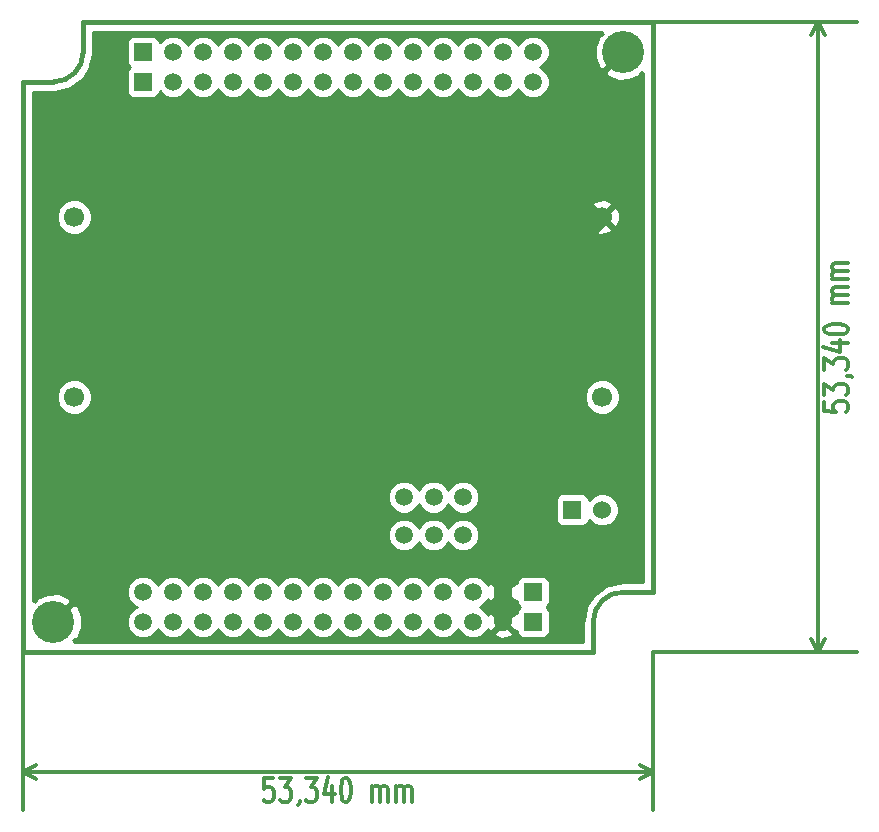
<source format=gbl>
G04 (created by PCBNEW (2013-mar-13)-testing) date Thu 27 Jun 2013 11:50:03 AM CEST*
%MOIN*%
G04 Gerber Fmt 3.4, Leading zero omitted, Abs format*
%FSLAX34Y34*%
G01*
G70*
G90*
G04 APERTURE LIST*
%ADD10C,0.005906*%
%ADD11C,0.015000*%
%ADD12C,0.012000*%
%ADD13C,0.059100*%
%ADD14C,0.066929*%
%ADD15C,0.140000*%
%ADD16R,0.060000X0.060000*%
%ADD17C,0.060000*%
%ADD18R,0.059100X0.059100*%
%ADD19C,0.028000*%
%ADD20C,0.060000*%
%ADD21C,0.010000*%
G04 APERTURE END LIST*
G54D10*
G54D11*
X44000Y-47500D02*
X44000Y-66500D01*
X25000Y-47500D02*
X44000Y-47500D01*
X23000Y-68500D02*
X23000Y-49500D01*
X42000Y-68500D02*
X23000Y-68500D01*
X42000Y-67500D02*
X42000Y-68500D01*
X43000Y-66500D02*
X44000Y-66500D01*
X24000Y-49500D02*
X23000Y-49500D01*
X25000Y-48500D02*
X25000Y-47500D01*
X24000Y-49500D02*
G75*
G03X25000Y-48500I0J1000D01*
G74*
G01*
X43000Y-66500D02*
G75*
G03X42000Y-67500I0J-1000D01*
G74*
G01*
G54D12*
X31328Y-72700D02*
X31042Y-72700D01*
X31014Y-73081D01*
X31042Y-73043D01*
X31099Y-73005D01*
X31242Y-73005D01*
X31299Y-73043D01*
X31328Y-73081D01*
X31357Y-73158D01*
X31357Y-73348D01*
X31328Y-73424D01*
X31299Y-73462D01*
X31242Y-73500D01*
X31099Y-73500D01*
X31042Y-73462D01*
X31014Y-73424D01*
X31557Y-72700D02*
X31928Y-72700D01*
X31728Y-73005D01*
X31814Y-73005D01*
X31871Y-73043D01*
X31899Y-73081D01*
X31928Y-73158D01*
X31928Y-73348D01*
X31899Y-73424D01*
X31871Y-73462D01*
X31814Y-73500D01*
X31642Y-73500D01*
X31585Y-73462D01*
X31557Y-73424D01*
X32214Y-73462D02*
X32214Y-73500D01*
X32185Y-73577D01*
X32157Y-73615D01*
X32414Y-72700D02*
X32785Y-72700D01*
X32585Y-73005D01*
X32671Y-73005D01*
X32728Y-73043D01*
X32757Y-73081D01*
X32785Y-73158D01*
X32785Y-73348D01*
X32757Y-73424D01*
X32728Y-73462D01*
X32671Y-73500D01*
X32500Y-73500D01*
X32442Y-73462D01*
X32414Y-73424D01*
X33300Y-72967D02*
X33300Y-73500D01*
X33157Y-72662D02*
X33014Y-73234D01*
X33385Y-73234D01*
X33728Y-72700D02*
X33785Y-72700D01*
X33842Y-72739D01*
X33871Y-72777D01*
X33900Y-72853D01*
X33928Y-73005D01*
X33928Y-73196D01*
X33900Y-73348D01*
X33871Y-73424D01*
X33842Y-73462D01*
X33785Y-73500D01*
X33728Y-73500D01*
X33671Y-73462D01*
X33642Y-73424D01*
X33614Y-73348D01*
X33585Y-73196D01*
X33585Y-73005D01*
X33614Y-72853D01*
X33642Y-72777D01*
X33671Y-72739D01*
X33728Y-72700D01*
X34642Y-73500D02*
X34642Y-72967D01*
X34642Y-73043D02*
X34671Y-73005D01*
X34728Y-72967D01*
X34814Y-72967D01*
X34871Y-73005D01*
X34900Y-73081D01*
X34900Y-73500D01*
X34900Y-73081D02*
X34928Y-73005D01*
X34985Y-72967D01*
X35071Y-72967D01*
X35128Y-73005D01*
X35157Y-73081D01*
X35157Y-73500D01*
X35442Y-73500D02*
X35442Y-72967D01*
X35442Y-73043D02*
X35471Y-73005D01*
X35528Y-72967D01*
X35614Y-72967D01*
X35671Y-73005D01*
X35700Y-73081D01*
X35700Y-73500D01*
X35700Y-73081D02*
X35728Y-73005D01*
X35785Y-72967D01*
X35871Y-72967D01*
X35928Y-73005D01*
X35957Y-73081D01*
X35957Y-73500D01*
X23000Y-72499D02*
X44000Y-72499D01*
X23000Y-68500D02*
X23000Y-73779D01*
X44000Y-68500D02*
X44000Y-73779D01*
X44000Y-72499D02*
X43557Y-72729D01*
X44000Y-72499D02*
X43557Y-72269D01*
X23000Y-72499D02*
X23443Y-72729D01*
X23000Y-72499D02*
X23443Y-72269D01*
X49701Y-60171D02*
X49701Y-60457D01*
X50082Y-60485D01*
X50044Y-60457D01*
X50006Y-60400D01*
X50006Y-60257D01*
X50044Y-60200D01*
X50082Y-60171D01*
X50159Y-60142D01*
X50349Y-60142D01*
X50425Y-60171D01*
X50463Y-60200D01*
X50501Y-60257D01*
X50501Y-60400D01*
X50463Y-60457D01*
X50425Y-60485D01*
X49701Y-59942D02*
X49701Y-59571D01*
X50006Y-59771D01*
X50006Y-59685D01*
X50044Y-59628D01*
X50082Y-59600D01*
X50159Y-59571D01*
X50349Y-59571D01*
X50425Y-59600D01*
X50463Y-59628D01*
X50501Y-59685D01*
X50501Y-59857D01*
X50463Y-59914D01*
X50425Y-59942D01*
X50463Y-59285D02*
X50501Y-59285D01*
X50578Y-59314D01*
X50616Y-59342D01*
X49701Y-59085D02*
X49701Y-58714D01*
X50006Y-58914D01*
X50006Y-58828D01*
X50044Y-58771D01*
X50082Y-58742D01*
X50159Y-58714D01*
X50349Y-58714D01*
X50425Y-58742D01*
X50463Y-58771D01*
X50501Y-58828D01*
X50501Y-59000D01*
X50463Y-59057D01*
X50425Y-59085D01*
X49968Y-58200D02*
X50501Y-58200D01*
X49663Y-58342D02*
X50235Y-58485D01*
X50235Y-58114D01*
X49701Y-57771D02*
X49701Y-57714D01*
X49740Y-57657D01*
X49778Y-57628D01*
X49854Y-57600D01*
X50006Y-57571D01*
X50197Y-57571D01*
X50349Y-57600D01*
X50425Y-57628D01*
X50463Y-57657D01*
X50501Y-57714D01*
X50501Y-57771D01*
X50463Y-57828D01*
X50425Y-57857D01*
X50349Y-57885D01*
X50197Y-57914D01*
X50006Y-57914D01*
X49854Y-57885D01*
X49778Y-57857D01*
X49740Y-57828D01*
X49701Y-57771D01*
X50501Y-56857D02*
X49968Y-56857D01*
X50044Y-56857D02*
X50006Y-56828D01*
X49968Y-56771D01*
X49968Y-56685D01*
X50006Y-56628D01*
X50082Y-56599D01*
X50501Y-56599D01*
X50082Y-56599D02*
X50006Y-56571D01*
X49968Y-56514D01*
X49968Y-56428D01*
X50006Y-56371D01*
X50082Y-56342D01*
X50501Y-56342D01*
X50501Y-56057D02*
X49968Y-56057D01*
X50044Y-56057D02*
X50006Y-56028D01*
X49968Y-55971D01*
X49968Y-55885D01*
X50006Y-55828D01*
X50082Y-55799D01*
X50501Y-55799D01*
X50082Y-55799D02*
X50006Y-55771D01*
X49968Y-55714D01*
X49968Y-55628D01*
X50006Y-55571D01*
X50082Y-55542D01*
X50501Y-55542D01*
X49500Y-68500D02*
X49500Y-47500D01*
X44000Y-68500D02*
X50780Y-68500D01*
X44000Y-47500D02*
X50780Y-47500D01*
X49500Y-47500D02*
X49730Y-47943D01*
X49500Y-47500D02*
X49270Y-47943D01*
X49500Y-68500D02*
X49730Y-68057D01*
X49500Y-68500D02*
X49270Y-68057D01*
G54D13*
X36677Y-63338D03*
X35693Y-63338D03*
X37661Y-63338D03*
X37661Y-64598D03*
X36677Y-64598D03*
X35693Y-64598D03*
G54D14*
X24701Y-60000D03*
X42299Y-60000D03*
X42299Y-54000D03*
X24701Y-54000D03*
G54D15*
X43000Y-48500D03*
X24000Y-67500D03*
G54D16*
X41300Y-63760D03*
G54D17*
X42300Y-63760D03*
G54D13*
X40000Y-49500D03*
X39000Y-49500D03*
X38000Y-49500D03*
X37000Y-49500D03*
X36000Y-49500D03*
X35000Y-49500D03*
X34000Y-49500D03*
X33000Y-49500D03*
X32000Y-49500D03*
X31000Y-49500D03*
X30000Y-49500D03*
X29000Y-49500D03*
X28000Y-49500D03*
G54D18*
X27000Y-49500D03*
X27000Y-48500D03*
G54D13*
X28000Y-48500D03*
X29000Y-48500D03*
X30000Y-48500D03*
X31000Y-48500D03*
X32000Y-48500D03*
X33000Y-48500D03*
X34000Y-48500D03*
X35000Y-48500D03*
X36000Y-48500D03*
X37000Y-48500D03*
X38000Y-48500D03*
X39000Y-48500D03*
X40000Y-48500D03*
X27000Y-66500D03*
X28000Y-66500D03*
X29000Y-66500D03*
X30000Y-66500D03*
X31000Y-66500D03*
X32000Y-66500D03*
X33000Y-66500D03*
X34000Y-66500D03*
X35000Y-66500D03*
X36000Y-66500D03*
X37000Y-66500D03*
X38000Y-66500D03*
X39000Y-66500D03*
G54D18*
X40000Y-66500D03*
X40000Y-67500D03*
G54D13*
X39000Y-67500D03*
X38000Y-67500D03*
X37000Y-67500D03*
X36000Y-67500D03*
X35000Y-67500D03*
X34000Y-67500D03*
X33000Y-67500D03*
X32000Y-67500D03*
X31000Y-67500D03*
X30000Y-67500D03*
X29000Y-67500D03*
X28000Y-67500D03*
X27000Y-67500D03*
G54D19*
X33500Y-61500D03*
X41500Y-50500D03*
X33500Y-52500D03*
X33500Y-55500D03*
X27500Y-54000D03*
X39000Y-54000D03*
X33500Y-58500D03*
X39000Y-60000D03*
X28000Y-60000D03*
G54D20*
X39000Y-54000D02*
X39000Y-53000D01*
X39000Y-53000D02*
X41500Y-50500D01*
X42299Y-54000D02*
X39000Y-54000D01*
X39000Y-66500D02*
X39000Y-60000D01*
X39000Y-60000D02*
X39000Y-57299D01*
X39000Y-57299D02*
X42299Y-54000D01*
X39000Y-67500D02*
X39000Y-66500D01*
G54D10*
G36*
X43675Y-66175D02*
X43604Y-66175D01*
X43000Y-66175D01*
X42968Y-66181D01*
X42936Y-66181D01*
X42888Y-66190D01*
X42888Y-54090D01*
X42877Y-53857D01*
X42808Y-53691D01*
X42710Y-53659D01*
X42639Y-53730D01*
X42639Y-53588D01*
X42607Y-53490D01*
X42389Y-53410D01*
X42156Y-53421D01*
X41990Y-53490D01*
X41958Y-53588D01*
X42299Y-53929D01*
X42639Y-53588D01*
X42639Y-53730D01*
X42369Y-54000D01*
X42710Y-54340D01*
X42808Y-54308D01*
X42888Y-54090D01*
X42888Y-66190D01*
X42883Y-66191D01*
X42883Y-59884D01*
X42794Y-59669D01*
X42639Y-59513D01*
X42639Y-54411D01*
X42299Y-54070D01*
X42228Y-54141D01*
X42228Y-54000D01*
X41887Y-53659D01*
X41789Y-53691D01*
X41709Y-53909D01*
X41720Y-54142D01*
X41789Y-54308D01*
X41887Y-54340D01*
X42228Y-54000D01*
X42228Y-54141D01*
X41958Y-54411D01*
X41990Y-54509D01*
X42208Y-54589D01*
X42441Y-54578D01*
X42607Y-54509D01*
X42639Y-54411D01*
X42639Y-59513D01*
X42630Y-59504D01*
X42415Y-59415D01*
X42183Y-59415D01*
X41968Y-59504D01*
X41803Y-59668D01*
X41714Y-59883D01*
X41714Y-60115D01*
X41803Y-60330D01*
X41967Y-60495D01*
X42182Y-60584D01*
X42414Y-60584D01*
X42629Y-60495D01*
X42794Y-60331D01*
X42883Y-60116D01*
X42883Y-59884D01*
X42883Y-66191D01*
X42850Y-66198D01*
X42850Y-63651D01*
X42766Y-63448D01*
X42611Y-63294D01*
X42409Y-63210D01*
X42191Y-63209D01*
X41988Y-63293D01*
X41850Y-63432D01*
X41850Y-63410D01*
X41811Y-63318D01*
X41741Y-63248D01*
X41649Y-63210D01*
X41550Y-63210D01*
X40950Y-63210D01*
X40858Y-63248D01*
X40788Y-63318D01*
X40750Y-63410D01*
X40750Y-63509D01*
X40750Y-64109D01*
X40788Y-64201D01*
X40858Y-64271D01*
X40950Y-64310D01*
X41049Y-64310D01*
X41649Y-64310D01*
X41741Y-64271D01*
X41811Y-64201D01*
X41850Y-64109D01*
X41850Y-64087D01*
X41988Y-64225D01*
X42190Y-64309D01*
X42408Y-64310D01*
X42611Y-64226D01*
X42765Y-64071D01*
X42849Y-63869D01*
X42850Y-63651D01*
X42850Y-66198D01*
X42553Y-66257D01*
X42553Y-66257D01*
X42495Y-66281D01*
X42436Y-66305D01*
X42436Y-66305D01*
X42112Y-66522D01*
X42112Y-66522D01*
X42022Y-66612D01*
X41805Y-66936D01*
X41805Y-66936D01*
X41771Y-67019D01*
X41757Y-67053D01*
X41757Y-67053D01*
X41681Y-67436D01*
X41681Y-67468D01*
X41675Y-67500D01*
X41675Y-68175D01*
X40545Y-68175D01*
X40545Y-49391D01*
X40462Y-49191D01*
X40309Y-49037D01*
X40218Y-49000D01*
X40308Y-48962D01*
X40462Y-48809D01*
X40545Y-48608D01*
X40545Y-48391D01*
X40462Y-48191D01*
X40309Y-48037D01*
X40108Y-47954D01*
X39891Y-47954D01*
X39691Y-48037D01*
X39537Y-48190D01*
X39500Y-48281D01*
X39462Y-48191D01*
X39309Y-48037D01*
X39108Y-47954D01*
X38891Y-47954D01*
X38691Y-48037D01*
X38537Y-48190D01*
X38500Y-48281D01*
X38462Y-48191D01*
X38309Y-48037D01*
X38108Y-47954D01*
X37891Y-47954D01*
X37691Y-48037D01*
X37537Y-48190D01*
X37500Y-48281D01*
X37462Y-48191D01*
X37309Y-48037D01*
X37108Y-47954D01*
X36891Y-47954D01*
X36691Y-48037D01*
X36537Y-48190D01*
X36500Y-48281D01*
X36462Y-48191D01*
X36309Y-48037D01*
X36108Y-47954D01*
X35891Y-47954D01*
X35691Y-48037D01*
X35537Y-48190D01*
X35500Y-48281D01*
X35462Y-48191D01*
X35309Y-48037D01*
X35108Y-47954D01*
X34891Y-47954D01*
X34691Y-48037D01*
X34537Y-48190D01*
X34500Y-48281D01*
X34462Y-48191D01*
X34309Y-48037D01*
X34108Y-47954D01*
X33891Y-47954D01*
X33691Y-48037D01*
X33537Y-48190D01*
X33500Y-48281D01*
X33462Y-48191D01*
X33309Y-48037D01*
X33108Y-47954D01*
X32891Y-47954D01*
X32691Y-48037D01*
X32537Y-48190D01*
X32500Y-48281D01*
X32462Y-48191D01*
X32309Y-48037D01*
X32108Y-47954D01*
X31891Y-47954D01*
X31691Y-48037D01*
X31537Y-48190D01*
X31500Y-48281D01*
X31462Y-48191D01*
X31309Y-48037D01*
X31108Y-47954D01*
X30891Y-47954D01*
X30691Y-48037D01*
X30537Y-48190D01*
X30500Y-48281D01*
X30462Y-48191D01*
X30309Y-48037D01*
X30108Y-47954D01*
X29891Y-47954D01*
X29691Y-48037D01*
X29537Y-48190D01*
X29500Y-48281D01*
X29462Y-48191D01*
X29309Y-48037D01*
X29108Y-47954D01*
X28891Y-47954D01*
X28691Y-48037D01*
X28537Y-48190D01*
X28500Y-48281D01*
X28462Y-48191D01*
X28309Y-48037D01*
X28108Y-47954D01*
X27891Y-47954D01*
X27691Y-48037D01*
X27545Y-48182D01*
X27545Y-48154D01*
X27507Y-48062D01*
X27437Y-47992D01*
X27345Y-47954D01*
X27245Y-47954D01*
X26654Y-47954D01*
X26562Y-47992D01*
X26492Y-48062D01*
X26454Y-48154D01*
X26454Y-48254D01*
X26454Y-48845D01*
X26492Y-48937D01*
X26555Y-49000D01*
X26492Y-49062D01*
X26454Y-49154D01*
X26454Y-49254D01*
X26454Y-49845D01*
X26492Y-49937D01*
X26562Y-50007D01*
X26654Y-50045D01*
X26754Y-50045D01*
X27345Y-50045D01*
X27437Y-50007D01*
X27507Y-49937D01*
X27545Y-49845D01*
X27545Y-49816D01*
X27690Y-49962D01*
X27891Y-50045D01*
X28108Y-50045D01*
X28308Y-49962D01*
X28462Y-49809D01*
X28499Y-49718D01*
X28537Y-49808D01*
X28690Y-49962D01*
X28891Y-50045D01*
X29108Y-50045D01*
X29308Y-49962D01*
X29462Y-49809D01*
X29499Y-49718D01*
X29537Y-49808D01*
X29690Y-49962D01*
X29891Y-50045D01*
X30108Y-50045D01*
X30308Y-49962D01*
X30462Y-49809D01*
X30499Y-49718D01*
X30537Y-49808D01*
X30690Y-49962D01*
X30891Y-50045D01*
X31108Y-50045D01*
X31308Y-49962D01*
X31462Y-49809D01*
X31499Y-49718D01*
X31537Y-49808D01*
X31690Y-49962D01*
X31891Y-50045D01*
X32108Y-50045D01*
X32308Y-49962D01*
X32462Y-49809D01*
X32499Y-49718D01*
X32537Y-49808D01*
X32690Y-49962D01*
X32891Y-50045D01*
X33108Y-50045D01*
X33308Y-49962D01*
X33462Y-49809D01*
X33499Y-49718D01*
X33537Y-49808D01*
X33690Y-49962D01*
X33891Y-50045D01*
X34108Y-50045D01*
X34308Y-49962D01*
X34462Y-49809D01*
X34499Y-49718D01*
X34537Y-49808D01*
X34690Y-49962D01*
X34891Y-50045D01*
X35108Y-50045D01*
X35308Y-49962D01*
X35462Y-49809D01*
X35499Y-49718D01*
X35537Y-49808D01*
X35690Y-49962D01*
X35891Y-50045D01*
X36108Y-50045D01*
X36308Y-49962D01*
X36462Y-49809D01*
X36499Y-49718D01*
X36537Y-49808D01*
X36690Y-49962D01*
X36891Y-50045D01*
X37108Y-50045D01*
X37308Y-49962D01*
X37462Y-49809D01*
X37499Y-49718D01*
X37537Y-49808D01*
X37690Y-49962D01*
X37891Y-50045D01*
X38108Y-50045D01*
X38308Y-49962D01*
X38462Y-49809D01*
X38499Y-49718D01*
X38537Y-49808D01*
X38690Y-49962D01*
X38891Y-50045D01*
X39108Y-50045D01*
X39308Y-49962D01*
X39462Y-49809D01*
X39499Y-49718D01*
X39537Y-49808D01*
X39690Y-49962D01*
X39891Y-50045D01*
X40108Y-50045D01*
X40308Y-49962D01*
X40462Y-49809D01*
X40545Y-49608D01*
X40545Y-49391D01*
X40545Y-68175D01*
X40545Y-68175D01*
X40545Y-67845D01*
X40545Y-67745D01*
X40545Y-67154D01*
X40507Y-67062D01*
X40444Y-66999D01*
X40507Y-66937D01*
X40545Y-66845D01*
X40545Y-66745D01*
X40545Y-66154D01*
X40507Y-66062D01*
X40437Y-65992D01*
X40345Y-65954D01*
X40245Y-65954D01*
X39654Y-65954D01*
X39562Y-65992D01*
X39492Y-66062D01*
X39454Y-66154D01*
X39454Y-66208D01*
X39382Y-66188D01*
X39311Y-66258D01*
X39311Y-66117D01*
X39285Y-66022D01*
X39080Y-65949D01*
X38863Y-65960D01*
X38714Y-66022D01*
X38688Y-66117D01*
X39000Y-66429D01*
X39311Y-66117D01*
X39311Y-66258D01*
X39070Y-66500D01*
X39382Y-66811D01*
X39454Y-66791D01*
X39454Y-66845D01*
X39492Y-66937D01*
X39555Y-67000D01*
X39492Y-67062D01*
X39454Y-67154D01*
X39454Y-67208D01*
X39382Y-67188D01*
X39311Y-67258D01*
X39311Y-67117D01*
X39285Y-67022D01*
X39226Y-67001D01*
X39285Y-66977D01*
X39311Y-66882D01*
X39000Y-66570D01*
X38688Y-66882D01*
X38714Y-66977D01*
X38773Y-66998D01*
X38714Y-67022D01*
X38688Y-67117D01*
X39000Y-67429D01*
X39311Y-67117D01*
X39311Y-67258D01*
X39070Y-67500D01*
X39382Y-67811D01*
X39454Y-67791D01*
X39454Y-67845D01*
X39492Y-67937D01*
X39562Y-68007D01*
X39654Y-68045D01*
X39754Y-68045D01*
X40345Y-68045D01*
X40437Y-68007D01*
X40507Y-67937D01*
X40545Y-67845D01*
X40545Y-68175D01*
X39311Y-68175D01*
X39311Y-67882D01*
X39000Y-67570D01*
X38929Y-67641D01*
X38929Y-67500D01*
X38617Y-67188D01*
X38522Y-67214D01*
X38499Y-67279D01*
X38462Y-67191D01*
X38309Y-67037D01*
X38218Y-67000D01*
X38308Y-66962D01*
X38462Y-66809D01*
X38497Y-66724D01*
X38522Y-66785D01*
X38617Y-66811D01*
X38929Y-66500D01*
X38617Y-66188D01*
X38522Y-66214D01*
X38499Y-66279D01*
X38462Y-66191D01*
X38309Y-66037D01*
X38206Y-65995D01*
X38206Y-64490D01*
X38206Y-63230D01*
X38123Y-63029D01*
X37970Y-62876D01*
X37770Y-62793D01*
X37553Y-62792D01*
X37352Y-62875D01*
X37198Y-63029D01*
X37169Y-63100D01*
X37139Y-63029D01*
X36986Y-62876D01*
X36786Y-62793D01*
X36569Y-62792D01*
X36368Y-62875D01*
X36214Y-63029D01*
X36185Y-63100D01*
X36155Y-63029D01*
X36002Y-62876D01*
X35802Y-62793D01*
X35585Y-62792D01*
X35384Y-62875D01*
X35230Y-63029D01*
X35147Y-63229D01*
X35147Y-63446D01*
X35230Y-63647D01*
X35383Y-63800D01*
X35584Y-63883D01*
X35801Y-63884D01*
X36001Y-63801D01*
X36155Y-63647D01*
X36185Y-63576D01*
X36214Y-63647D01*
X36367Y-63800D01*
X36568Y-63883D01*
X36785Y-63884D01*
X36985Y-63801D01*
X37139Y-63647D01*
X37169Y-63576D01*
X37198Y-63647D01*
X37351Y-63800D01*
X37552Y-63883D01*
X37769Y-63884D01*
X37969Y-63801D01*
X38123Y-63647D01*
X38206Y-63447D01*
X38206Y-63230D01*
X38206Y-64490D01*
X38123Y-64289D01*
X37970Y-64136D01*
X37770Y-64053D01*
X37553Y-64052D01*
X37352Y-64135D01*
X37198Y-64289D01*
X37169Y-64360D01*
X37139Y-64289D01*
X36986Y-64136D01*
X36786Y-64053D01*
X36569Y-64052D01*
X36368Y-64135D01*
X36214Y-64289D01*
X36185Y-64360D01*
X36155Y-64289D01*
X36002Y-64136D01*
X35802Y-64053D01*
X35585Y-64052D01*
X35384Y-64135D01*
X35230Y-64289D01*
X35147Y-64489D01*
X35147Y-64706D01*
X35230Y-64907D01*
X35383Y-65060D01*
X35584Y-65143D01*
X35801Y-65144D01*
X36001Y-65061D01*
X36155Y-64907D01*
X36185Y-64836D01*
X36214Y-64907D01*
X36367Y-65060D01*
X36568Y-65143D01*
X36785Y-65144D01*
X36985Y-65061D01*
X37139Y-64907D01*
X37169Y-64836D01*
X37198Y-64907D01*
X37351Y-65060D01*
X37552Y-65143D01*
X37769Y-65144D01*
X37969Y-65061D01*
X38123Y-64907D01*
X38206Y-64707D01*
X38206Y-64490D01*
X38206Y-65995D01*
X38108Y-65954D01*
X37891Y-65954D01*
X37691Y-66037D01*
X37537Y-66190D01*
X37500Y-66281D01*
X37462Y-66191D01*
X37309Y-66037D01*
X37108Y-65954D01*
X36891Y-65954D01*
X36691Y-66037D01*
X36537Y-66190D01*
X36500Y-66281D01*
X36462Y-66191D01*
X36309Y-66037D01*
X36108Y-65954D01*
X35891Y-65954D01*
X35691Y-66037D01*
X35537Y-66190D01*
X35500Y-66281D01*
X35462Y-66191D01*
X35309Y-66037D01*
X35108Y-65954D01*
X34891Y-65954D01*
X34691Y-66037D01*
X34537Y-66190D01*
X34500Y-66281D01*
X34462Y-66191D01*
X34309Y-66037D01*
X34108Y-65954D01*
X33891Y-65954D01*
X33691Y-66037D01*
X33537Y-66190D01*
X33500Y-66281D01*
X33462Y-66191D01*
X33309Y-66037D01*
X33108Y-65954D01*
X32891Y-65954D01*
X32691Y-66037D01*
X32537Y-66190D01*
X32500Y-66281D01*
X32462Y-66191D01*
X32309Y-66037D01*
X32108Y-65954D01*
X31891Y-65954D01*
X31691Y-66037D01*
X31537Y-66190D01*
X31500Y-66281D01*
X31462Y-66191D01*
X31309Y-66037D01*
X31108Y-65954D01*
X30891Y-65954D01*
X30691Y-66037D01*
X30537Y-66190D01*
X30500Y-66281D01*
X30462Y-66191D01*
X30309Y-66037D01*
X30108Y-65954D01*
X29891Y-65954D01*
X29691Y-66037D01*
X29537Y-66190D01*
X29500Y-66281D01*
X29462Y-66191D01*
X29309Y-66037D01*
X29108Y-65954D01*
X28891Y-65954D01*
X28691Y-66037D01*
X28537Y-66190D01*
X28500Y-66281D01*
X28462Y-66191D01*
X28309Y-66037D01*
X28108Y-65954D01*
X27891Y-65954D01*
X27691Y-66037D01*
X27537Y-66190D01*
X27500Y-66281D01*
X27462Y-66191D01*
X27309Y-66037D01*
X27108Y-65954D01*
X26891Y-65954D01*
X26691Y-66037D01*
X26537Y-66190D01*
X26454Y-66391D01*
X26454Y-66608D01*
X26537Y-66808D01*
X26690Y-66962D01*
X26781Y-66999D01*
X26691Y-67037D01*
X26537Y-67190D01*
X26454Y-67391D01*
X26454Y-67608D01*
X26537Y-67808D01*
X26690Y-67962D01*
X26891Y-68045D01*
X27108Y-68045D01*
X27308Y-67962D01*
X27462Y-67809D01*
X27499Y-67718D01*
X27537Y-67808D01*
X27690Y-67962D01*
X27891Y-68045D01*
X28108Y-68045D01*
X28308Y-67962D01*
X28462Y-67809D01*
X28499Y-67718D01*
X28537Y-67808D01*
X28690Y-67962D01*
X28891Y-68045D01*
X29108Y-68045D01*
X29308Y-67962D01*
X29462Y-67809D01*
X29499Y-67718D01*
X29537Y-67808D01*
X29690Y-67962D01*
X29891Y-68045D01*
X30108Y-68045D01*
X30308Y-67962D01*
X30462Y-67809D01*
X30499Y-67718D01*
X30537Y-67808D01*
X30690Y-67962D01*
X30891Y-68045D01*
X31108Y-68045D01*
X31308Y-67962D01*
X31462Y-67809D01*
X31499Y-67718D01*
X31537Y-67808D01*
X31690Y-67962D01*
X31891Y-68045D01*
X32108Y-68045D01*
X32308Y-67962D01*
X32462Y-67809D01*
X32499Y-67718D01*
X32537Y-67808D01*
X32690Y-67962D01*
X32891Y-68045D01*
X33108Y-68045D01*
X33308Y-67962D01*
X33462Y-67809D01*
X33499Y-67718D01*
X33537Y-67808D01*
X33690Y-67962D01*
X33891Y-68045D01*
X34108Y-68045D01*
X34308Y-67962D01*
X34462Y-67809D01*
X34499Y-67718D01*
X34537Y-67808D01*
X34690Y-67962D01*
X34891Y-68045D01*
X35108Y-68045D01*
X35308Y-67962D01*
X35462Y-67809D01*
X35499Y-67718D01*
X35537Y-67808D01*
X35690Y-67962D01*
X35891Y-68045D01*
X36108Y-68045D01*
X36308Y-67962D01*
X36462Y-67809D01*
X36499Y-67718D01*
X36537Y-67808D01*
X36690Y-67962D01*
X36891Y-68045D01*
X37108Y-68045D01*
X37308Y-67962D01*
X37462Y-67809D01*
X37499Y-67718D01*
X37537Y-67808D01*
X37690Y-67962D01*
X37891Y-68045D01*
X38108Y-68045D01*
X38308Y-67962D01*
X38462Y-67809D01*
X38497Y-67724D01*
X38522Y-67785D01*
X38617Y-67811D01*
X38929Y-67500D01*
X38929Y-67641D01*
X38688Y-67882D01*
X38714Y-67977D01*
X38919Y-68050D01*
X39136Y-68039D01*
X39285Y-67977D01*
X39311Y-67882D01*
X39311Y-68175D01*
X25285Y-68175D01*
X25285Y-59884D01*
X25285Y-53884D01*
X25196Y-53669D01*
X25032Y-53504D01*
X24817Y-53415D01*
X24585Y-53415D01*
X24370Y-53504D01*
X24205Y-53668D01*
X24116Y-53883D01*
X24116Y-54115D01*
X24205Y-54330D01*
X24369Y-54495D01*
X24584Y-54584D01*
X24816Y-54584D01*
X25031Y-54495D01*
X25196Y-54331D01*
X25285Y-54116D01*
X25285Y-53884D01*
X25285Y-59884D01*
X25196Y-59669D01*
X25032Y-59504D01*
X24817Y-59415D01*
X24585Y-59415D01*
X24370Y-59504D01*
X24205Y-59668D01*
X24116Y-59883D01*
X24116Y-60115D01*
X24205Y-60330D01*
X24369Y-60495D01*
X24584Y-60584D01*
X24816Y-60584D01*
X25031Y-60495D01*
X25196Y-60331D01*
X25285Y-60116D01*
X25285Y-59884D01*
X25285Y-68175D01*
X24952Y-68175D01*
X24693Y-68175D01*
X24719Y-68148D01*
X24675Y-68104D01*
X24811Y-68028D01*
X24952Y-67677D01*
X24947Y-67299D01*
X24811Y-66971D01*
X24675Y-66895D01*
X24604Y-66966D01*
X24070Y-67500D01*
X24076Y-67505D01*
X24005Y-67576D01*
X24000Y-67570D01*
X23994Y-67576D01*
X23923Y-67505D01*
X23929Y-67500D01*
X23923Y-67494D01*
X23994Y-67423D01*
X24000Y-67429D01*
X24604Y-66824D01*
X24528Y-66688D01*
X24177Y-66547D01*
X23799Y-66552D01*
X23471Y-66688D01*
X23395Y-66824D01*
X23351Y-66780D01*
X23325Y-66806D01*
X23325Y-49825D01*
X24000Y-49825D01*
X24031Y-49818D01*
X24063Y-49818D01*
X24446Y-49742D01*
X24446Y-49742D01*
X24446Y-49742D01*
X24480Y-49728D01*
X24563Y-49694D01*
X24563Y-49694D01*
X24563Y-49694D01*
X24887Y-49477D01*
X24887Y-49477D01*
X24977Y-49387D01*
X24977Y-49387D01*
X24977Y-49387D01*
X25194Y-49063D01*
X25194Y-49063D01*
X25194Y-49063D01*
X25218Y-49004D01*
X25242Y-48946D01*
X25242Y-48946D01*
X25242Y-48946D01*
X25318Y-48563D01*
X25318Y-48531D01*
X25325Y-48500D01*
X25325Y-47825D01*
X42306Y-47825D01*
X42280Y-47851D01*
X42324Y-47895D01*
X42188Y-47971D01*
X42047Y-48322D01*
X42052Y-48700D01*
X42188Y-49028D01*
X42324Y-49104D01*
X42929Y-48500D01*
X42923Y-48494D01*
X42994Y-48423D01*
X43000Y-48429D01*
X43005Y-48423D01*
X43076Y-48494D01*
X43070Y-48500D01*
X43076Y-48505D01*
X43005Y-48576D01*
X43000Y-48570D01*
X42929Y-48641D01*
X42395Y-49175D01*
X42471Y-49311D01*
X42822Y-49452D01*
X43200Y-49447D01*
X43528Y-49311D01*
X43604Y-49175D01*
X43604Y-49175D01*
X43648Y-49219D01*
X43675Y-49193D01*
X43675Y-66175D01*
X43675Y-66175D01*
G37*
G54D21*
X43675Y-66175D02*
X43604Y-66175D01*
X43000Y-66175D01*
X42968Y-66181D01*
X42936Y-66181D01*
X42888Y-66190D01*
X42888Y-54090D01*
X42877Y-53857D01*
X42808Y-53691D01*
X42710Y-53659D01*
X42639Y-53730D01*
X42639Y-53588D01*
X42607Y-53490D01*
X42389Y-53410D01*
X42156Y-53421D01*
X41990Y-53490D01*
X41958Y-53588D01*
X42299Y-53929D01*
X42639Y-53588D01*
X42639Y-53730D01*
X42369Y-54000D01*
X42710Y-54340D01*
X42808Y-54308D01*
X42888Y-54090D01*
X42888Y-66190D01*
X42883Y-66191D01*
X42883Y-59884D01*
X42794Y-59669D01*
X42639Y-59513D01*
X42639Y-54411D01*
X42299Y-54070D01*
X42228Y-54141D01*
X42228Y-54000D01*
X41887Y-53659D01*
X41789Y-53691D01*
X41709Y-53909D01*
X41720Y-54142D01*
X41789Y-54308D01*
X41887Y-54340D01*
X42228Y-54000D01*
X42228Y-54141D01*
X41958Y-54411D01*
X41990Y-54509D01*
X42208Y-54589D01*
X42441Y-54578D01*
X42607Y-54509D01*
X42639Y-54411D01*
X42639Y-59513D01*
X42630Y-59504D01*
X42415Y-59415D01*
X42183Y-59415D01*
X41968Y-59504D01*
X41803Y-59668D01*
X41714Y-59883D01*
X41714Y-60115D01*
X41803Y-60330D01*
X41967Y-60495D01*
X42182Y-60584D01*
X42414Y-60584D01*
X42629Y-60495D01*
X42794Y-60331D01*
X42883Y-60116D01*
X42883Y-59884D01*
X42883Y-66191D01*
X42850Y-66198D01*
X42850Y-63651D01*
X42766Y-63448D01*
X42611Y-63294D01*
X42409Y-63210D01*
X42191Y-63209D01*
X41988Y-63293D01*
X41850Y-63432D01*
X41850Y-63410D01*
X41811Y-63318D01*
X41741Y-63248D01*
X41649Y-63210D01*
X41550Y-63210D01*
X40950Y-63210D01*
X40858Y-63248D01*
X40788Y-63318D01*
X40750Y-63410D01*
X40750Y-63509D01*
X40750Y-64109D01*
X40788Y-64201D01*
X40858Y-64271D01*
X40950Y-64310D01*
X41049Y-64310D01*
X41649Y-64310D01*
X41741Y-64271D01*
X41811Y-64201D01*
X41850Y-64109D01*
X41850Y-64087D01*
X41988Y-64225D01*
X42190Y-64309D01*
X42408Y-64310D01*
X42611Y-64226D01*
X42765Y-64071D01*
X42849Y-63869D01*
X42850Y-63651D01*
X42850Y-66198D01*
X42553Y-66257D01*
X42553Y-66257D01*
X42495Y-66281D01*
X42436Y-66305D01*
X42436Y-66305D01*
X42112Y-66522D01*
X42112Y-66522D01*
X42022Y-66612D01*
X41805Y-66936D01*
X41805Y-66936D01*
X41771Y-67019D01*
X41757Y-67053D01*
X41757Y-67053D01*
X41681Y-67436D01*
X41681Y-67468D01*
X41675Y-67500D01*
X41675Y-68175D01*
X40545Y-68175D01*
X40545Y-49391D01*
X40462Y-49191D01*
X40309Y-49037D01*
X40218Y-49000D01*
X40308Y-48962D01*
X40462Y-48809D01*
X40545Y-48608D01*
X40545Y-48391D01*
X40462Y-48191D01*
X40309Y-48037D01*
X40108Y-47954D01*
X39891Y-47954D01*
X39691Y-48037D01*
X39537Y-48190D01*
X39500Y-48281D01*
X39462Y-48191D01*
X39309Y-48037D01*
X39108Y-47954D01*
X38891Y-47954D01*
X38691Y-48037D01*
X38537Y-48190D01*
X38500Y-48281D01*
X38462Y-48191D01*
X38309Y-48037D01*
X38108Y-47954D01*
X37891Y-47954D01*
X37691Y-48037D01*
X37537Y-48190D01*
X37500Y-48281D01*
X37462Y-48191D01*
X37309Y-48037D01*
X37108Y-47954D01*
X36891Y-47954D01*
X36691Y-48037D01*
X36537Y-48190D01*
X36500Y-48281D01*
X36462Y-48191D01*
X36309Y-48037D01*
X36108Y-47954D01*
X35891Y-47954D01*
X35691Y-48037D01*
X35537Y-48190D01*
X35500Y-48281D01*
X35462Y-48191D01*
X35309Y-48037D01*
X35108Y-47954D01*
X34891Y-47954D01*
X34691Y-48037D01*
X34537Y-48190D01*
X34500Y-48281D01*
X34462Y-48191D01*
X34309Y-48037D01*
X34108Y-47954D01*
X33891Y-47954D01*
X33691Y-48037D01*
X33537Y-48190D01*
X33500Y-48281D01*
X33462Y-48191D01*
X33309Y-48037D01*
X33108Y-47954D01*
X32891Y-47954D01*
X32691Y-48037D01*
X32537Y-48190D01*
X32500Y-48281D01*
X32462Y-48191D01*
X32309Y-48037D01*
X32108Y-47954D01*
X31891Y-47954D01*
X31691Y-48037D01*
X31537Y-48190D01*
X31500Y-48281D01*
X31462Y-48191D01*
X31309Y-48037D01*
X31108Y-47954D01*
X30891Y-47954D01*
X30691Y-48037D01*
X30537Y-48190D01*
X30500Y-48281D01*
X30462Y-48191D01*
X30309Y-48037D01*
X30108Y-47954D01*
X29891Y-47954D01*
X29691Y-48037D01*
X29537Y-48190D01*
X29500Y-48281D01*
X29462Y-48191D01*
X29309Y-48037D01*
X29108Y-47954D01*
X28891Y-47954D01*
X28691Y-48037D01*
X28537Y-48190D01*
X28500Y-48281D01*
X28462Y-48191D01*
X28309Y-48037D01*
X28108Y-47954D01*
X27891Y-47954D01*
X27691Y-48037D01*
X27545Y-48182D01*
X27545Y-48154D01*
X27507Y-48062D01*
X27437Y-47992D01*
X27345Y-47954D01*
X27245Y-47954D01*
X26654Y-47954D01*
X26562Y-47992D01*
X26492Y-48062D01*
X26454Y-48154D01*
X26454Y-48254D01*
X26454Y-48845D01*
X26492Y-48937D01*
X26555Y-49000D01*
X26492Y-49062D01*
X26454Y-49154D01*
X26454Y-49254D01*
X26454Y-49845D01*
X26492Y-49937D01*
X26562Y-50007D01*
X26654Y-50045D01*
X26754Y-50045D01*
X27345Y-50045D01*
X27437Y-50007D01*
X27507Y-49937D01*
X27545Y-49845D01*
X27545Y-49816D01*
X27690Y-49962D01*
X27891Y-50045D01*
X28108Y-50045D01*
X28308Y-49962D01*
X28462Y-49809D01*
X28499Y-49718D01*
X28537Y-49808D01*
X28690Y-49962D01*
X28891Y-50045D01*
X29108Y-50045D01*
X29308Y-49962D01*
X29462Y-49809D01*
X29499Y-49718D01*
X29537Y-49808D01*
X29690Y-49962D01*
X29891Y-50045D01*
X30108Y-50045D01*
X30308Y-49962D01*
X30462Y-49809D01*
X30499Y-49718D01*
X30537Y-49808D01*
X30690Y-49962D01*
X30891Y-50045D01*
X31108Y-50045D01*
X31308Y-49962D01*
X31462Y-49809D01*
X31499Y-49718D01*
X31537Y-49808D01*
X31690Y-49962D01*
X31891Y-50045D01*
X32108Y-50045D01*
X32308Y-49962D01*
X32462Y-49809D01*
X32499Y-49718D01*
X32537Y-49808D01*
X32690Y-49962D01*
X32891Y-50045D01*
X33108Y-50045D01*
X33308Y-49962D01*
X33462Y-49809D01*
X33499Y-49718D01*
X33537Y-49808D01*
X33690Y-49962D01*
X33891Y-50045D01*
X34108Y-50045D01*
X34308Y-49962D01*
X34462Y-49809D01*
X34499Y-49718D01*
X34537Y-49808D01*
X34690Y-49962D01*
X34891Y-50045D01*
X35108Y-50045D01*
X35308Y-49962D01*
X35462Y-49809D01*
X35499Y-49718D01*
X35537Y-49808D01*
X35690Y-49962D01*
X35891Y-50045D01*
X36108Y-50045D01*
X36308Y-49962D01*
X36462Y-49809D01*
X36499Y-49718D01*
X36537Y-49808D01*
X36690Y-49962D01*
X36891Y-50045D01*
X37108Y-50045D01*
X37308Y-49962D01*
X37462Y-49809D01*
X37499Y-49718D01*
X37537Y-49808D01*
X37690Y-49962D01*
X37891Y-50045D01*
X38108Y-50045D01*
X38308Y-49962D01*
X38462Y-49809D01*
X38499Y-49718D01*
X38537Y-49808D01*
X38690Y-49962D01*
X38891Y-50045D01*
X39108Y-50045D01*
X39308Y-49962D01*
X39462Y-49809D01*
X39499Y-49718D01*
X39537Y-49808D01*
X39690Y-49962D01*
X39891Y-50045D01*
X40108Y-50045D01*
X40308Y-49962D01*
X40462Y-49809D01*
X40545Y-49608D01*
X40545Y-49391D01*
X40545Y-68175D01*
X40545Y-68175D01*
X40545Y-67845D01*
X40545Y-67745D01*
X40545Y-67154D01*
X40507Y-67062D01*
X40444Y-66999D01*
X40507Y-66937D01*
X40545Y-66845D01*
X40545Y-66745D01*
X40545Y-66154D01*
X40507Y-66062D01*
X40437Y-65992D01*
X40345Y-65954D01*
X40245Y-65954D01*
X39654Y-65954D01*
X39562Y-65992D01*
X39492Y-66062D01*
X39454Y-66154D01*
X39454Y-66208D01*
X39382Y-66188D01*
X39311Y-66258D01*
X39311Y-66117D01*
X39285Y-66022D01*
X39080Y-65949D01*
X38863Y-65960D01*
X38714Y-66022D01*
X38688Y-66117D01*
X39000Y-66429D01*
X39311Y-66117D01*
X39311Y-66258D01*
X39070Y-66500D01*
X39382Y-66811D01*
X39454Y-66791D01*
X39454Y-66845D01*
X39492Y-66937D01*
X39555Y-67000D01*
X39492Y-67062D01*
X39454Y-67154D01*
X39454Y-67208D01*
X39382Y-67188D01*
X39311Y-67258D01*
X39311Y-67117D01*
X39285Y-67022D01*
X39226Y-67001D01*
X39285Y-66977D01*
X39311Y-66882D01*
X39000Y-66570D01*
X38688Y-66882D01*
X38714Y-66977D01*
X38773Y-66998D01*
X38714Y-67022D01*
X38688Y-67117D01*
X39000Y-67429D01*
X39311Y-67117D01*
X39311Y-67258D01*
X39070Y-67500D01*
X39382Y-67811D01*
X39454Y-67791D01*
X39454Y-67845D01*
X39492Y-67937D01*
X39562Y-68007D01*
X39654Y-68045D01*
X39754Y-68045D01*
X40345Y-68045D01*
X40437Y-68007D01*
X40507Y-67937D01*
X40545Y-67845D01*
X40545Y-68175D01*
X39311Y-68175D01*
X39311Y-67882D01*
X39000Y-67570D01*
X38929Y-67641D01*
X38929Y-67500D01*
X38617Y-67188D01*
X38522Y-67214D01*
X38499Y-67279D01*
X38462Y-67191D01*
X38309Y-67037D01*
X38218Y-67000D01*
X38308Y-66962D01*
X38462Y-66809D01*
X38497Y-66724D01*
X38522Y-66785D01*
X38617Y-66811D01*
X38929Y-66500D01*
X38617Y-66188D01*
X38522Y-66214D01*
X38499Y-66279D01*
X38462Y-66191D01*
X38309Y-66037D01*
X38206Y-65995D01*
X38206Y-64490D01*
X38206Y-63230D01*
X38123Y-63029D01*
X37970Y-62876D01*
X37770Y-62793D01*
X37553Y-62792D01*
X37352Y-62875D01*
X37198Y-63029D01*
X37169Y-63100D01*
X37139Y-63029D01*
X36986Y-62876D01*
X36786Y-62793D01*
X36569Y-62792D01*
X36368Y-62875D01*
X36214Y-63029D01*
X36185Y-63100D01*
X36155Y-63029D01*
X36002Y-62876D01*
X35802Y-62793D01*
X35585Y-62792D01*
X35384Y-62875D01*
X35230Y-63029D01*
X35147Y-63229D01*
X35147Y-63446D01*
X35230Y-63647D01*
X35383Y-63800D01*
X35584Y-63883D01*
X35801Y-63884D01*
X36001Y-63801D01*
X36155Y-63647D01*
X36185Y-63576D01*
X36214Y-63647D01*
X36367Y-63800D01*
X36568Y-63883D01*
X36785Y-63884D01*
X36985Y-63801D01*
X37139Y-63647D01*
X37169Y-63576D01*
X37198Y-63647D01*
X37351Y-63800D01*
X37552Y-63883D01*
X37769Y-63884D01*
X37969Y-63801D01*
X38123Y-63647D01*
X38206Y-63447D01*
X38206Y-63230D01*
X38206Y-64490D01*
X38123Y-64289D01*
X37970Y-64136D01*
X37770Y-64053D01*
X37553Y-64052D01*
X37352Y-64135D01*
X37198Y-64289D01*
X37169Y-64360D01*
X37139Y-64289D01*
X36986Y-64136D01*
X36786Y-64053D01*
X36569Y-64052D01*
X36368Y-64135D01*
X36214Y-64289D01*
X36185Y-64360D01*
X36155Y-64289D01*
X36002Y-64136D01*
X35802Y-64053D01*
X35585Y-64052D01*
X35384Y-64135D01*
X35230Y-64289D01*
X35147Y-64489D01*
X35147Y-64706D01*
X35230Y-64907D01*
X35383Y-65060D01*
X35584Y-65143D01*
X35801Y-65144D01*
X36001Y-65061D01*
X36155Y-64907D01*
X36185Y-64836D01*
X36214Y-64907D01*
X36367Y-65060D01*
X36568Y-65143D01*
X36785Y-65144D01*
X36985Y-65061D01*
X37139Y-64907D01*
X37169Y-64836D01*
X37198Y-64907D01*
X37351Y-65060D01*
X37552Y-65143D01*
X37769Y-65144D01*
X37969Y-65061D01*
X38123Y-64907D01*
X38206Y-64707D01*
X38206Y-64490D01*
X38206Y-65995D01*
X38108Y-65954D01*
X37891Y-65954D01*
X37691Y-66037D01*
X37537Y-66190D01*
X37500Y-66281D01*
X37462Y-66191D01*
X37309Y-66037D01*
X37108Y-65954D01*
X36891Y-65954D01*
X36691Y-66037D01*
X36537Y-66190D01*
X36500Y-66281D01*
X36462Y-66191D01*
X36309Y-66037D01*
X36108Y-65954D01*
X35891Y-65954D01*
X35691Y-66037D01*
X35537Y-66190D01*
X35500Y-66281D01*
X35462Y-66191D01*
X35309Y-66037D01*
X35108Y-65954D01*
X34891Y-65954D01*
X34691Y-66037D01*
X34537Y-66190D01*
X34500Y-66281D01*
X34462Y-66191D01*
X34309Y-66037D01*
X34108Y-65954D01*
X33891Y-65954D01*
X33691Y-66037D01*
X33537Y-66190D01*
X33500Y-66281D01*
X33462Y-66191D01*
X33309Y-66037D01*
X33108Y-65954D01*
X32891Y-65954D01*
X32691Y-66037D01*
X32537Y-66190D01*
X32500Y-66281D01*
X32462Y-66191D01*
X32309Y-66037D01*
X32108Y-65954D01*
X31891Y-65954D01*
X31691Y-66037D01*
X31537Y-66190D01*
X31500Y-66281D01*
X31462Y-66191D01*
X31309Y-66037D01*
X31108Y-65954D01*
X30891Y-65954D01*
X30691Y-66037D01*
X30537Y-66190D01*
X30500Y-66281D01*
X30462Y-66191D01*
X30309Y-66037D01*
X30108Y-65954D01*
X29891Y-65954D01*
X29691Y-66037D01*
X29537Y-66190D01*
X29500Y-66281D01*
X29462Y-66191D01*
X29309Y-66037D01*
X29108Y-65954D01*
X28891Y-65954D01*
X28691Y-66037D01*
X28537Y-66190D01*
X28500Y-66281D01*
X28462Y-66191D01*
X28309Y-66037D01*
X28108Y-65954D01*
X27891Y-65954D01*
X27691Y-66037D01*
X27537Y-66190D01*
X27500Y-66281D01*
X27462Y-66191D01*
X27309Y-66037D01*
X27108Y-65954D01*
X26891Y-65954D01*
X26691Y-66037D01*
X26537Y-66190D01*
X26454Y-66391D01*
X26454Y-66608D01*
X26537Y-66808D01*
X26690Y-66962D01*
X26781Y-66999D01*
X26691Y-67037D01*
X26537Y-67190D01*
X26454Y-67391D01*
X26454Y-67608D01*
X26537Y-67808D01*
X26690Y-67962D01*
X26891Y-68045D01*
X27108Y-68045D01*
X27308Y-67962D01*
X27462Y-67809D01*
X27499Y-67718D01*
X27537Y-67808D01*
X27690Y-67962D01*
X27891Y-68045D01*
X28108Y-68045D01*
X28308Y-67962D01*
X28462Y-67809D01*
X28499Y-67718D01*
X28537Y-67808D01*
X28690Y-67962D01*
X28891Y-68045D01*
X29108Y-68045D01*
X29308Y-67962D01*
X29462Y-67809D01*
X29499Y-67718D01*
X29537Y-67808D01*
X29690Y-67962D01*
X29891Y-68045D01*
X30108Y-68045D01*
X30308Y-67962D01*
X30462Y-67809D01*
X30499Y-67718D01*
X30537Y-67808D01*
X30690Y-67962D01*
X30891Y-68045D01*
X31108Y-68045D01*
X31308Y-67962D01*
X31462Y-67809D01*
X31499Y-67718D01*
X31537Y-67808D01*
X31690Y-67962D01*
X31891Y-68045D01*
X32108Y-68045D01*
X32308Y-67962D01*
X32462Y-67809D01*
X32499Y-67718D01*
X32537Y-67808D01*
X32690Y-67962D01*
X32891Y-68045D01*
X33108Y-68045D01*
X33308Y-67962D01*
X33462Y-67809D01*
X33499Y-67718D01*
X33537Y-67808D01*
X33690Y-67962D01*
X33891Y-68045D01*
X34108Y-68045D01*
X34308Y-67962D01*
X34462Y-67809D01*
X34499Y-67718D01*
X34537Y-67808D01*
X34690Y-67962D01*
X34891Y-68045D01*
X35108Y-68045D01*
X35308Y-67962D01*
X35462Y-67809D01*
X35499Y-67718D01*
X35537Y-67808D01*
X35690Y-67962D01*
X35891Y-68045D01*
X36108Y-68045D01*
X36308Y-67962D01*
X36462Y-67809D01*
X36499Y-67718D01*
X36537Y-67808D01*
X36690Y-67962D01*
X36891Y-68045D01*
X37108Y-68045D01*
X37308Y-67962D01*
X37462Y-67809D01*
X37499Y-67718D01*
X37537Y-67808D01*
X37690Y-67962D01*
X37891Y-68045D01*
X38108Y-68045D01*
X38308Y-67962D01*
X38462Y-67809D01*
X38497Y-67724D01*
X38522Y-67785D01*
X38617Y-67811D01*
X38929Y-67500D01*
X38929Y-67641D01*
X38688Y-67882D01*
X38714Y-67977D01*
X38919Y-68050D01*
X39136Y-68039D01*
X39285Y-67977D01*
X39311Y-67882D01*
X39311Y-68175D01*
X25285Y-68175D01*
X25285Y-59884D01*
X25285Y-53884D01*
X25196Y-53669D01*
X25032Y-53504D01*
X24817Y-53415D01*
X24585Y-53415D01*
X24370Y-53504D01*
X24205Y-53668D01*
X24116Y-53883D01*
X24116Y-54115D01*
X24205Y-54330D01*
X24369Y-54495D01*
X24584Y-54584D01*
X24816Y-54584D01*
X25031Y-54495D01*
X25196Y-54331D01*
X25285Y-54116D01*
X25285Y-53884D01*
X25285Y-59884D01*
X25196Y-59669D01*
X25032Y-59504D01*
X24817Y-59415D01*
X24585Y-59415D01*
X24370Y-59504D01*
X24205Y-59668D01*
X24116Y-59883D01*
X24116Y-60115D01*
X24205Y-60330D01*
X24369Y-60495D01*
X24584Y-60584D01*
X24816Y-60584D01*
X25031Y-60495D01*
X25196Y-60331D01*
X25285Y-60116D01*
X25285Y-59884D01*
X25285Y-68175D01*
X24952Y-68175D01*
X24693Y-68175D01*
X24719Y-68148D01*
X24675Y-68104D01*
X24811Y-68028D01*
X24952Y-67677D01*
X24947Y-67299D01*
X24811Y-66971D01*
X24675Y-66895D01*
X24604Y-66966D01*
X24070Y-67500D01*
X24076Y-67505D01*
X24005Y-67576D01*
X24000Y-67570D01*
X23994Y-67576D01*
X23923Y-67505D01*
X23929Y-67500D01*
X23923Y-67494D01*
X23994Y-67423D01*
X24000Y-67429D01*
X24604Y-66824D01*
X24528Y-66688D01*
X24177Y-66547D01*
X23799Y-66552D01*
X23471Y-66688D01*
X23395Y-66824D01*
X23351Y-66780D01*
X23325Y-66806D01*
X23325Y-49825D01*
X24000Y-49825D01*
X24031Y-49818D01*
X24063Y-49818D01*
X24446Y-49742D01*
X24446Y-49742D01*
X24446Y-49742D01*
X24480Y-49728D01*
X24563Y-49694D01*
X24563Y-49694D01*
X24563Y-49694D01*
X24887Y-49477D01*
X24887Y-49477D01*
X24977Y-49387D01*
X24977Y-49387D01*
X24977Y-49387D01*
X25194Y-49063D01*
X25194Y-49063D01*
X25194Y-49063D01*
X25218Y-49004D01*
X25242Y-48946D01*
X25242Y-48946D01*
X25242Y-48946D01*
X25318Y-48563D01*
X25318Y-48531D01*
X25325Y-48500D01*
X25325Y-47825D01*
X42306Y-47825D01*
X42280Y-47851D01*
X42324Y-47895D01*
X42188Y-47971D01*
X42047Y-48322D01*
X42052Y-48700D01*
X42188Y-49028D01*
X42324Y-49104D01*
X42929Y-48500D01*
X42923Y-48494D01*
X42994Y-48423D01*
X43000Y-48429D01*
X43005Y-48423D01*
X43076Y-48494D01*
X43070Y-48500D01*
X43076Y-48505D01*
X43005Y-48576D01*
X43000Y-48570D01*
X42929Y-48641D01*
X42395Y-49175D01*
X42471Y-49311D01*
X42822Y-49452D01*
X43200Y-49447D01*
X43528Y-49311D01*
X43604Y-49175D01*
X43604Y-49175D01*
X43648Y-49219D01*
X43675Y-49193D01*
X43675Y-66175D01*
M02*

</source>
